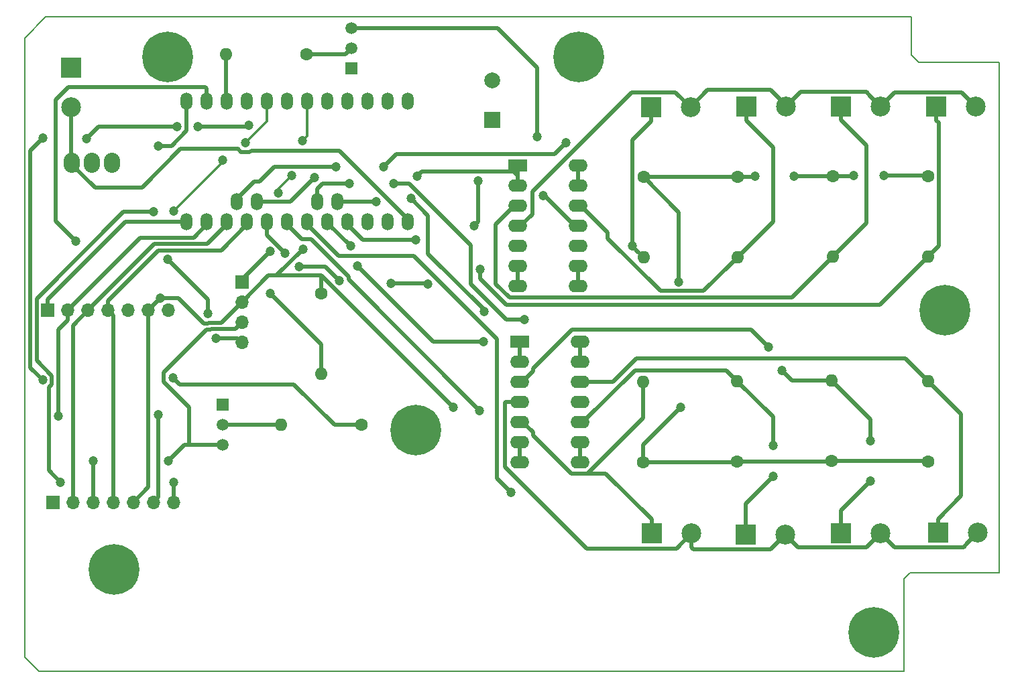
<source format=gbr>
%TF.GenerationSoftware,KiCad,Pcbnew,6.0.2+dfsg-1*%
%TF.CreationDate,2023-03-10T19:28:33+01:00*%
%TF.ProjectId,BtMusgo,42744d75-7367-46f2-9e6b-696361645f70,rev?*%
%TF.SameCoordinates,Original*%
%TF.FileFunction,Copper,L1,Top*%
%TF.FilePolarity,Positive*%
%FSLAX46Y46*%
G04 Gerber Fmt 4.6, Leading zero omitted, Abs format (unit mm)*
G04 Created by KiCad (PCBNEW 6.0.2+dfsg-1) date 2023-03-10 19:28:33*
%MOMM*%
%LPD*%
G01*
G04 APERTURE LIST*
%TA.AperFunction,Profile*%
%ADD10C,0.150000*%
%TD*%
%TA.AperFunction,ComponentPad*%
%ADD11C,6.400000*%
%TD*%
%TA.AperFunction,ComponentPad*%
%ADD12C,0.800000*%
%TD*%
%TA.AperFunction,ComponentPad*%
%ADD13R,1.700000X1.700000*%
%TD*%
%TA.AperFunction,ComponentPad*%
%ADD14O,1.700000X1.700000*%
%TD*%
%TA.AperFunction,ComponentPad*%
%ADD15O,1.501140X2.199640*%
%TD*%
%TA.AperFunction,ComponentPad*%
%ADD16R,2.500000X2.500000*%
%TD*%
%TA.AperFunction,ComponentPad*%
%ADD17C,2.500000*%
%TD*%
%TA.AperFunction,ComponentPad*%
%ADD18C,1.520000*%
%TD*%
%TA.AperFunction,ComponentPad*%
%ADD19R,1.520000X1.520000*%
%TD*%
%TA.AperFunction,ComponentPad*%
%ADD20C,1.600000*%
%TD*%
%TA.AperFunction,ComponentPad*%
%ADD21O,1.600000X1.600000*%
%TD*%
%TA.AperFunction,ComponentPad*%
%ADD22R,2.400000X1.600000*%
%TD*%
%TA.AperFunction,ComponentPad*%
%ADD23O,2.400000X1.600000*%
%TD*%
%TA.AperFunction,ComponentPad*%
%ADD24O,2.032000X2.540000*%
%TD*%
%TA.AperFunction,ComponentPad*%
%ADD25R,2.000000X2.000000*%
%TD*%
%TA.AperFunction,ComponentPad*%
%ADD26C,2.000000*%
%TD*%
%TA.AperFunction,ViaPad*%
%ADD27C,1.200000*%
%TD*%
%TA.AperFunction,Conductor*%
%ADD28C,0.500000*%
%TD*%
%TA.AperFunction,Conductor*%
%ADD29C,0.300000*%
%TD*%
G04 APERTURE END LIST*
D10*
X236067600Y-74930000D02*
X235153200Y-74066400D01*
X246227600Y-74930000D02*
X236067600Y-74930000D01*
X234950000Y-139496979D02*
X234238800Y-140208179D01*
X246227600Y-139496979D02*
X234950000Y-139496979D01*
X125882384Y-69240400D02*
X235153955Y-69240400D01*
X125882400Y-69240400D02*
X123240800Y-71932800D01*
X123240800Y-150114000D02*
X123240800Y-71932800D01*
X125018800Y-151892000D02*
X123240800Y-150114000D01*
X234238906Y-151892000D02*
X125018800Y-151892000D01*
X234238800Y-140206234D02*
X234238800Y-151892000D01*
X246227600Y-74930000D02*
X246227600Y-139496979D01*
X235153200Y-69240400D02*
X235153200Y-74066400D01*
D11*
%TO.P,,1*%
%TO.N,N/C*%
X230428800Y-147015200D03*
D12*
X232828800Y-147015200D03*
X232125856Y-148712256D03*
X230428800Y-149415200D03*
X228731744Y-148712256D03*
X228028800Y-147015200D03*
X228731744Y-145318144D03*
X230428800Y-144615200D03*
X232125856Y-145318144D03*
%TD*%
D13*
%TO.P,J4,1,SCK*%
%TO.N,3APM*%
X150622000Y-102743000D03*
D14*
%TO.P,J4,2,VDD*%
%TO.N,+3V3*%
X150622000Y-105283000D03*
%TO.P,J4,3,GND*%
%TO.N,sht15_GND*%
X150622000Y-107823000D03*
%TO.P,J4,4,DATA*%
%TO.N,5APM*%
X150622000Y-110363000D03*
%TD*%
D15*
%TO.P,IC1,28,ADC7/A7*%
%TO.N,A7_APM*%
X152527000Y-92583000D03*
%TO.P,IC1,27,ADC6/A6*%
%TO.N,A6_APM*%
X149987000Y-92583000D03*
%TO.P,IC1,1,(PCINT17/TXD)PD1/1*%
%TO.N,unconnected-(IC1-Pad1)*%
X171577000Y-79883000D03*
%TO.P,IC1,2,(PCINT16/RXD)PD0/0*%
%TO.N,unconnected-(IC1-Pad2)*%
X169037000Y-79883000D03*
%TO.P,IC1,3,(PCINT14/~{RESET})PC6*%
%TO.N,unconnected-(IC1-Pad3)*%
X166497000Y-79883000D03*
%TO.P,IC1,4,GND*%
%TO.N,GND*%
X163957000Y-79883000D03*
%TO.P,IC1,5,(PCINT18/INT0)PD2/2*%
%TO.N,unconnected-(IC1-Pad5)*%
X161417000Y-79883000D03*
%TO.P,IC1,6,(PCINT19/OC2B/INT1/PWM)PD3/3*%
%TO.N,3APM*%
X158877000Y-79883000D03*
%TO.P,IC1,7,(PCINT20/XCK/T0)PD4/4*%
%TO.N,4APM*%
X156337000Y-79883000D03*
%TO.P,IC1,8,(PCINT21/OC0B/T1/PWM)PD5/5*%
%TO.N,5APM*%
X153797000Y-79883000D03*
%TO.P,IC1,9,(PCINT22/OC0A/AIN0/PWM)PD6/6*%
%TO.N,unconnected-(IC1-Pad9)*%
X151257000Y-79883000D03*
%TO.P,IC1,10,(PCINT23/AIN1)PD7/7*%
%TO.N,7APM*%
X148717000Y-79883000D03*
%TO.P,IC1,11,(PCINT0/CLKO/ICP1)PB0/8*%
%TO.N,8APM*%
X146177000Y-79883000D03*
%TO.P,IC1,12,(PCINT1/OC1A/PWM)PB1/9*%
%TO.N,9APM*%
X143637000Y-79883000D03*
%TO.P,IC1,13,(PCINT2/OC1B/~{SS}/PWM)PB2/10*%
%TO.N,10APM*%
X143637000Y-95123000D03*
%TO.P,IC1,14,(PCINT3/OC2A/MOSI/PWM)PB3/11*%
%TO.N,11APM*%
X146177000Y-95123000D03*
%TO.P,IC1,15,(PCINT4/MISO)PB4/12*%
%TO.N,12APM*%
X148717000Y-95123000D03*
%TO.P,IC1,16,(PCINT5/SCK)PB5/13*%
%TO.N,13APM*%
X151257000Y-95123000D03*
%TO.P,IC1,17,(PCINT8/ADC0)PC0/14/A0*%
%TO.N,A0_APM*%
X153797000Y-95123000D03*
%TO.P,IC1,18,(PCINT9/ADC1)PC1/15/A1*%
%TO.N,A1_APM*%
X156337000Y-95123000D03*
%TO.P,IC1,19,(PCINT10/ADC2)PC2/16/A2*%
%TO.N,A2_APM*%
X158877000Y-95123000D03*
%TO.P,IC1,20,(PCINT11/ADC3)PC3/17/A3*%
%TO.N,A3_APM*%
X161417000Y-95123000D03*
%TO.P,IC1,21,VCC*%
%TO.N,+3V3*%
X163957000Y-95123000D03*
%TO.P,IC1,22,(PCINT14/~{RESET})PC6*%
%TO.N,unconnected-(IC1-Pad22)*%
X166497000Y-95123000D03*
%TO.P,IC1,23,GND*%
%TO.N,GND*%
X169037000Y-95123000D03*
%TO.P,IC1,24,RAW*%
%TO.N,RAW_Vcc*%
X171577000Y-95123000D03*
%TO.P,IC1,25,(PCINT12/SDA/ADC4)PC4/18/A4*%
%TO.N,A4_APM*%
X160147000Y-92583000D03*
%TO.P,IC1,26,(PCINT13/SCL/ADC5)PC5/19/A5*%
%TO.N,A5_APM*%
X162687000Y-92583000D03*
%TD*%
D11*
%TO.P,,1*%
%TO.N,N/C*%
X172618400Y-121462800D03*
D12*
X175018400Y-121462800D03*
X174315456Y-123159856D03*
X172618400Y-123862800D03*
X170921344Y-123159856D03*
X170218400Y-121462800D03*
X170921344Y-119765744D03*
X172618400Y-119062800D03*
X174315456Y-119765744D03*
%TD*%
D11*
%TO.P,,1*%
%TO.N,N/C*%
X239408000Y-106273600D03*
D12*
X241808000Y-106273600D03*
X241105056Y-107970656D03*
X239408000Y-108673600D03*
X237710944Y-107970656D03*
X237008000Y-106273600D03*
X237710944Y-104576544D03*
X239408000Y-103873600D03*
X241105056Y-104576544D03*
%TD*%
D11*
%TO.P,,1*%
%TO.N,N/C*%
X193171744Y-74299744D03*
D12*
X195571744Y-74299744D03*
X194868800Y-75996800D03*
X193171744Y-76699744D03*
X191474688Y-75996800D03*
X190771744Y-74299744D03*
X191474688Y-72602688D03*
X193171744Y-71899744D03*
X194868800Y-72602688D03*
%TD*%
D11*
%TO.P,REF\u002A\u002A,1*%
%TO.N,N/C*%
X134467600Y-139090400D03*
D12*
X136867600Y-139090400D03*
X136164656Y-140787456D03*
X134467600Y-141490400D03*
X132770544Y-140787456D03*
X132067600Y-139090400D03*
X132770544Y-137393344D03*
X134467600Y-136690400D03*
X136164656Y-137393344D03*
%TD*%
D16*
%TO.P,J1,1,Pin_1*%
%TO.N,GND*%
X129032000Y-75645000D03*
D17*
%TO.P,J1,2,Pin_2*%
%TO.N,RAW_Vcc*%
X129032000Y-80645000D03*
%TD*%
D13*
%TO.P,J2,1,CD*%
%TO.N,unconnected-(J2-Pad1)*%
X126746000Y-130556000D03*
D14*
%TO.P,J2,2,DO*%
%TO.N,12APM*%
X129286000Y-130556000D03*
%TO.P,J2,3,GND*%
%TO.N,sht15_GND*%
X131826000Y-130556000D03*
%TO.P,J2,4,SCK*%
%TO.N,13APM*%
X134366000Y-130556000D03*
%TO.P,J2,5,VCC*%
%TO.N,+3V3*%
X136906000Y-130556000D03*
%TO.P,J2,6,DI*%
%TO.N,11APM*%
X139446000Y-130556000D03*
%TO.P,J2,7,CS*%
%TO.N,9APM*%
X141986000Y-130556000D03*
%TD*%
D13*
%TO.P,J3,1,SS*%
%TO.N,10APM*%
X126111000Y-106299000D03*
D14*
%TO.P,J3,2,MOSI*%
%TO.N,11APM*%
X128651000Y-106299000D03*
%TO.P,J3,3,MISO*%
%TO.N,12APM*%
X131191000Y-106299000D03*
%TO.P,J3,4,CLK*%
%TO.N,13APM*%
X133731000Y-106299000D03*
%TO.P,J3,5,SQW*%
%TO.N,8APM*%
X136271000Y-106299000D03*
%TO.P,J3,6,VCC*%
%TO.N,+3V3*%
X138811000Y-106299000D03*
%TO.P,J3,7,GND*%
%TO.N,GND*%
X141351000Y-106299000D03*
%TD*%
D18*
%TO.P,Q1,2,B*%
%TO.N,Net-(Q1-Pad2)*%
X148209000Y-120777000D03*
%TO.P,Q1,3,C*%
%TO.N,sht15_GND*%
X148209000Y-123317000D03*
D19*
%TO.P,Q1,1,E*%
%TO.N,GND*%
X148209000Y-118237000D03*
%TD*%
D18*
%TO.P,Q2,2,B*%
%TO.N,Net-(Q2-Pad2)*%
X164465000Y-73152000D03*
%TO.P,Q2,3,C*%
%TO.N,ON_GND*%
X164465000Y-70612000D03*
D19*
%TO.P,Q2,1,E*%
%TO.N,GND*%
X164465000Y-75692000D03*
%TD*%
D20*
%TO.P,R1,1*%
%TO.N,4APM*%
X165735000Y-120777000D03*
D21*
%TO.P,R1,2*%
%TO.N,Net-(Q1-Pad2)*%
X155575000Y-120777000D03*
%TD*%
D20*
%TO.P,R2,1*%
%TO.N,Net-(Q2-Pad2)*%
X158750000Y-73914000D03*
D21*
%TO.P,R2,2*%
%TO.N,7APM*%
X148590000Y-73914000D03*
%TD*%
D16*
%TO.P,R3,1*%
%TO.N,Net-(R3-Pad1)*%
X226267000Y-134493000D03*
D17*
%TO.P,R3,2*%
%TO.N,+3V3*%
X231267000Y-134493000D03*
%TD*%
D16*
%TO.P,R4,1*%
%TO.N,Net-(R10-Pad2)*%
X238522500Y-134429500D03*
D17*
%TO.P,R4,2*%
%TO.N,+3V3*%
X243522500Y-134429500D03*
%TD*%
D16*
%TO.P,R5,1*%
%TO.N,Net-(R5-Pad1)*%
X202391000Y-134493000D03*
D17*
%TO.P,R5,2*%
%TO.N,+3V3*%
X207391000Y-134493000D03*
%TD*%
D16*
%TO.P,R6,1*%
%TO.N,Net-(R6-Pad1)*%
X214202000Y-134683500D03*
D17*
%TO.P,R6,2*%
%TO.N,+3V3*%
X219202000Y-134683500D03*
%TD*%
D20*
%TO.P,R7,1*%
%TO.N,ON_GND*%
X225107500Y-125349000D03*
D21*
%TO.P,R7,2*%
%TO.N,Net-(R3-Pad1)*%
X225107500Y-115189000D03*
%TD*%
D20*
%TO.P,R8,1*%
%TO.N,ON_GND*%
X201295000Y-125476000D03*
D21*
%TO.P,R8,2*%
%TO.N,Net-(R5-Pad1)*%
X201295000Y-115316000D03*
%TD*%
D20*
%TO.P,R9,1*%
%TO.N,ON_GND*%
X213169500Y-125412500D03*
D21*
%TO.P,R9,2*%
%TO.N,Net-(R6-Pad1)*%
X213169500Y-115252500D03*
%TD*%
D20*
%TO.P,R10,1*%
%TO.N,ON_GND*%
X237236000Y-125412500D03*
D21*
%TO.P,R10,2*%
%TO.N,Net-(R10-Pad2)*%
X237236000Y-115252500D03*
%TD*%
D16*
%TO.P,R11,1*%
%TO.N,Net-(R11-Pad1)*%
X226267000Y-80518000D03*
D17*
%TO.P,R11,2*%
%TO.N,+3V3*%
X231267000Y-80518000D03*
%TD*%
D16*
%TO.P,R12,1*%
%TO.N,Net-(R12-Pad1)*%
X202264000Y-80645000D03*
D17*
%TO.P,R12,2*%
%TO.N,+3V3*%
X207264000Y-80645000D03*
%TD*%
D16*
%TO.P,R13,1*%
%TO.N,Net-(R13-Pad1)*%
X214329000Y-80581500D03*
D17*
%TO.P,R13,2*%
%TO.N,+3V3*%
X219329000Y-80581500D03*
%TD*%
D16*
%TO.P,R14,1*%
%TO.N,Net-(R14-Pad1)*%
X238315500Y-80581500D03*
D17*
%TO.P,R14,2*%
%TO.N,+3V3*%
X243315500Y-80581500D03*
%TD*%
D20*
%TO.P,R15,1*%
%TO.N,ON_GND*%
X225234500Y-89344500D03*
D21*
%TO.P,R15,2*%
%TO.N,Net-(R11-Pad1)*%
X225234500Y-99504500D03*
%TD*%
D20*
%TO.P,R16,1*%
%TO.N,ON_GND*%
X201358500Y-89471500D03*
D21*
%TO.P,R16,2*%
%TO.N,Net-(R12-Pad1)*%
X201358500Y-99631500D03*
%TD*%
D20*
%TO.P,R17,1*%
%TO.N,ON_GND*%
X213233000Y-89408000D03*
D21*
%TO.P,R17,2*%
%TO.N,Net-(R13-Pad1)*%
X213233000Y-99568000D03*
%TD*%
D20*
%TO.P,R18,1*%
%TO.N,ON_GND*%
X237236000Y-89344500D03*
D21*
%TO.P,R18,2*%
%TO.N,Net-(R14-Pad1)*%
X237236000Y-99504500D03*
%TD*%
D22*
%TO.P,U1,1*%
%TO.N,A3_APM*%
X185674000Y-110236000D03*
D23*
%TO.P,U1,8*%
%TO.N,A2_APM*%
X193294000Y-125476000D03*
%TO.P,U1,2,-*%
%TO.N,A3_APM*%
X185674000Y-112776000D03*
%TO.P,U1,9,-*%
%TO.N,A2_APM*%
X193294000Y-122936000D03*
%TO.P,U1,3,+*%
%TO.N,Net-(R3-Pad1)*%
X185674000Y-115316000D03*
%TO.P,U1,10,+*%
%TO.N,Net-(R6-Pad1)*%
X193294000Y-120396000D03*
%TO.P,U1,4,V+*%
%TO.N,+3V3*%
X185674000Y-117856000D03*
%TO.P,U1,11,V-*%
%TO.N,ON_GND*%
X193294000Y-117856000D03*
%TO.P,U1,5,+*%
%TO.N,Net-(R5-Pad1)*%
X185674000Y-120396000D03*
%TO.P,U1,12,+*%
%TO.N,Net-(R10-Pad2)*%
X193294000Y-115316000D03*
%TO.P,U1,6,-*%
%TO.N,A1_APM*%
X185674000Y-122936000D03*
%TO.P,U1,13,-*%
%TO.N,A4_APM*%
X193294000Y-112776000D03*
%TO.P,U1,7*%
%TO.N,A1_APM*%
X185674000Y-125476000D03*
%TO.P,U1,14*%
%TO.N,A4_APM*%
X193294000Y-110236000D03*
%TD*%
D22*
%TO.P,U2,1*%
%TO.N,A7_APM*%
X185420000Y-88011000D03*
D23*
%TO.P,U2,8*%
%TO.N,A5_APM*%
X193040000Y-103251000D03*
%TO.P,U2,2,-*%
%TO.N,A7_APM*%
X185420000Y-90551000D03*
%TO.P,U2,9,-*%
%TO.N,A5_APM*%
X193040000Y-100711000D03*
%TO.P,U2,3,+*%
%TO.N,Net-(R11-Pad1)*%
X185420000Y-93091000D03*
%TO.P,U2,10,+*%
%TO.N,Net-(R12-Pad1)*%
X193040000Y-98171000D03*
%TO.P,U2,4,V+*%
%TO.N,+3V3*%
X185420000Y-95631000D03*
%TO.P,U2,11,V-*%
%TO.N,ON_GND*%
X193040000Y-95631000D03*
%TO.P,U2,5,+*%
%TO.N,Net-(R14-Pad1)*%
X185420000Y-98171000D03*
%TO.P,U2,12,+*%
%TO.N,Net-(R13-Pad1)*%
X193040000Y-93091000D03*
%TO.P,U2,6,-*%
%TO.N,A0_APM*%
X185420000Y-100711000D03*
%TO.P,U2,13,-*%
%TO.N,A6_APM*%
X193040000Y-90551000D03*
%TO.P,U2,7*%
%TO.N,A0_APM*%
X185420000Y-103251000D03*
%TO.P,U2,14*%
%TO.N,A6_APM*%
X193040000Y-88011000D03*
%TD*%
D24*
%TO.P,U3,2,VO*%
%TO.N,+3V3*%
X131699000Y-87630000D03*
%TO.P,U3,3,VI*%
%TO.N,RAW_Vcc*%
X129159000Y-87630000D03*
%TO.P,U3,1,GND*%
%TO.N,GND*%
X134239000Y-87630000D03*
%TD*%
D11*
%TO.P,,1*%
%TO.N,N/C*%
X141224000Y-74269600D03*
D12*
X143624000Y-74269600D03*
X142921056Y-75966656D03*
X141224000Y-76669600D03*
X139526944Y-75966656D03*
X138824000Y-74269600D03*
X139526944Y-72572544D03*
X141224000Y-71869600D03*
X142921056Y-72572544D03*
%TD*%
D25*
%TO.P,C1,1*%
%TO.N,+3V3*%
X182245000Y-82279500D03*
D26*
%TO.P,C1,2*%
%TO.N,GND*%
X182245000Y-77279500D03*
%TD*%
D20*
%TO.P,R19,1*%
%TO.N,+3V3*%
X160629600Y-104140000D03*
D21*
%TO.P,R19,2*%
%TO.N,3APM*%
X160629600Y-114300000D03*
%TD*%
D27*
%TO.N,A7_APM*%
X172783500Y-89344500D03*
X159828456Y-89533956D03*
%TO.N,A6_APM*%
X191516000Y-85153500D03*
X168529000Y-88138000D03*
X162496500Y-88138000D03*
%TO.N,3APM*%
X154178000Y-104190800D03*
X158242000Y-84899500D03*
X156908500Y-89288000D03*
X155257500Y-91433000D03*
X154190327Y-98857173D03*
%TO.N,4APM*%
X151511000Y-82931000D03*
X145034000Y-83058000D03*
X142430500Y-83121500D03*
X131000500Y-84645500D03*
X125539500Y-84518500D03*
X125476000Y-115125500D03*
X141922500Y-114808000D03*
%TO.N,5APM*%
X147320000Y-109829600D03*
X146347039Y-106733072D03*
X148209000Y-87312500D03*
X151066500Y-85153500D03*
X141986000Y-93789500D03*
X141287500Y-99885500D03*
%TO.N,8APM*%
X129667000Y-97536000D03*
%TO.N,9APM*%
X140081000Y-85534500D03*
X139509500Y-93873000D03*
X127698500Y-128016000D03*
X141986000Y-128016000D03*
%TO.N,11APM*%
X127444500Y-119697500D03*
X140081000Y-119507000D03*
%TO.N,A0_APM*%
X157855884Y-100767490D03*
X162928680Y-102564820D03*
X174122981Y-102991019D03*
X169481500Y-102933500D03*
X156056366Y-99096866D03*
%TO.N,A1_APM*%
X180657500Y-119006010D03*
%TO.N,A2_APM*%
X184594500Y-129286000D03*
%TO.N,A3_APM*%
X165227000Y-100691000D03*
X164338000Y-98191000D03*
X181102000Y-110236000D03*
%TO.N,+3V3*%
X179959000Y-95631000D03*
X180467000Y-89916000D03*
X177292000Y-118554500D03*
X172593000Y-97409000D03*
X158369000Y-98552000D03*
X140296908Y-104778672D03*
%TO.N,A4_APM*%
X169799000Y-90297000D03*
X164211000Y-90297000D03*
X186309000Y-107505500D03*
%TO.N,A5_APM*%
X171982181Y-92177819D03*
X167565741Y-92530259D03*
X181234116Y-106484384D03*
%TO.N,sht15_GND*%
X141351000Y-125349000D03*
X131826000Y-125349000D03*
%TO.N,ON_GND*%
X205994000Y-118567200D03*
X205790800Y-102717600D03*
X231648000Y-89281000D03*
X227901500Y-89281000D03*
X220345000Y-89344500D03*
X215392000Y-89344500D03*
X187896500Y-84391500D03*
X188658500Y-91821000D03*
%TO.N,Net-(R3-Pad1)*%
X229997000Y-127889000D03*
X229997000Y-122809000D03*
X218821000Y-113919000D03*
X217106500Y-110934500D03*
%TO.N,Net-(R6-Pad1)*%
X217741500Y-127254000D03*
X217741500Y-123380500D03*
%TO.N,Net-(R12-Pad1)*%
X199908499Y-98181499D03*
%TO.N,Net-(R14-Pad1)*%
X180735500Y-101155500D03*
%TD*%
D28*
%TO.N,A5_APM*%
X174145499Y-94341137D02*
X174145499Y-99151999D01*
X171982181Y-92177819D02*
X174145499Y-94341137D01*
X174145499Y-99151999D02*
X181234116Y-106240616D01*
X181234116Y-106240616D02*
X181234116Y-106484384D01*
%TO.N,A7_APM*%
X185420000Y-89251000D02*
X185420000Y-90551000D01*
X184913501Y-88744501D02*
X185420000Y-89251000D01*
X173383499Y-88744501D02*
X184913501Y-88744501D01*
X172783500Y-89344500D02*
X173383499Y-88744501D01*
X152527000Y-92583000D02*
X156779412Y-92583000D01*
X156779412Y-92583000D02*
X159828456Y-89533956D01*
X185420000Y-88011000D02*
X185420000Y-90551000D01*
%TO.N,A6_APM*%
X152844500Y-90043000D02*
X152177750Y-90043000D01*
X152177750Y-90043000D02*
X149987000Y-92233750D01*
X149987000Y-92233750D02*
X149987000Y-92583000D01*
X190108501Y-86560999D02*
X191516000Y-85153500D01*
X168529000Y-88138000D02*
X170106001Y-86560999D01*
X170106001Y-86560999D02*
X190108501Y-86560999D01*
X152844500Y-90043000D02*
X154749500Y-88138000D01*
X154749500Y-88138000D02*
X162496500Y-88138000D01*
X193040000Y-88011000D02*
X193040000Y-90551000D01*
%TO.N,3APM*%
X154178000Y-104190800D02*
X160629600Y-110642400D01*
X160629600Y-110642400D02*
X160629600Y-114300000D01*
X154190327Y-98857173D02*
X150622000Y-102425500D01*
X150622000Y-102425500D02*
X150622000Y-102743000D01*
D29*
X158242000Y-84899500D02*
X158877000Y-84264500D01*
X158877000Y-84264500D02*
X158877000Y-79883000D01*
X155257500Y-91433000D02*
X155257500Y-90939000D01*
X155257500Y-90939000D02*
X156908500Y-89288000D01*
D28*
%TO.N,4APM*%
X157204401Y-115650001D02*
X162331400Y-120777000D01*
X162331400Y-120777000D02*
X165735000Y-120777000D01*
X141922500Y-114808000D02*
X142764501Y-115650001D01*
X142764501Y-115650001D02*
X157204401Y-115650001D01*
X145034000Y-83058000D02*
X151384000Y-83058000D01*
X151384000Y-83058000D02*
X151511000Y-82931000D01*
X131000500Y-84645500D02*
X132524500Y-83121500D01*
X132524500Y-83121500D02*
X142430500Y-83121500D01*
X125476000Y-115125500D02*
X123910989Y-113560489D01*
X123910989Y-113560489D02*
X123910989Y-86147011D01*
X123910989Y-86147011D02*
X125539500Y-84518500D01*
%TO.N,5APM*%
X147320000Y-109829600D02*
X150088600Y-109829600D01*
X150088600Y-109829600D02*
X150622000Y-110363000D01*
X146347039Y-105884544D02*
X146347039Y-106733072D01*
X146347039Y-104945039D02*
X146347039Y-105884544D01*
X141287500Y-99885500D02*
X146347039Y-104945039D01*
D29*
X148209000Y-87566500D02*
X148209000Y-87312500D01*
X141986000Y-93789500D02*
X148209000Y-87566500D01*
X151066500Y-85153500D02*
X153797000Y-82423000D01*
X153797000Y-82423000D02*
X153797000Y-79883000D01*
D28*
%TO.N,7APM*%
X148590000Y-73914000D02*
X148590000Y-79756000D01*
X148590000Y-79756000D02*
X148717000Y-79883000D01*
%TO.N,8APM*%
X142973830Y-78133170D02*
X128731828Y-78133170D01*
X128731828Y-78133170D02*
X127131999Y-79732999D01*
X127131999Y-79732999D02*
X127131999Y-95000999D01*
X127131999Y-95000999D02*
X129667000Y-97536000D01*
X146177000Y-79883000D02*
X146177000Y-78283180D01*
X146177000Y-78283180D02*
X146026990Y-78133170D01*
X146026990Y-78133170D02*
X142973830Y-78133170D01*
%TO.N,9APM*%
X143637000Y-81482820D02*
X143637000Y-79883000D01*
X143637000Y-83617004D02*
X143637000Y-81482820D01*
X141719504Y-85534500D02*
X143637000Y-83617004D01*
X140081000Y-85534500D02*
X141719504Y-85534500D01*
X138660972Y-93873000D02*
X139509500Y-93873000D01*
X135666998Y-93873000D02*
X138660972Y-93873000D01*
X124711000Y-104828998D02*
X135666998Y-93873000D01*
X126626001Y-114573499D02*
X124711000Y-112658498D01*
X126626001Y-115677501D02*
X126626001Y-114573499D01*
X126245001Y-116058501D02*
X126626001Y-115677501D01*
X126245001Y-126562501D02*
X126245001Y-116058501D01*
X127698500Y-128016000D02*
X126245001Y-126562501D01*
X124711000Y-112658498D02*
X124711000Y-104828998D01*
X141986000Y-130556000D02*
X141986000Y-128016000D01*
%TO.N,10APM*%
X143637000Y-95123000D02*
X135937000Y-95123000D01*
X135937000Y-95123000D02*
X126111000Y-104949000D01*
X126111000Y-104949000D02*
X126111000Y-106299000D01*
%TO.N,11APM*%
X128651000Y-107566194D02*
X127444500Y-108772694D01*
X128651000Y-106299000D02*
X128651000Y-107566194D01*
X127444500Y-108772694D02*
X127444500Y-119697500D01*
X146177000Y-95472250D02*
X146177000Y-95123000D01*
X144513772Y-97135478D02*
X146177000Y-95472250D01*
X137814522Y-97135478D02*
X144513772Y-97135478D01*
X128651000Y-106299000D02*
X137814522Y-97135478D01*
X140081000Y-119507000D02*
X140081000Y-129921000D01*
X140081000Y-129921000D02*
X139446000Y-130556000D01*
%TO.N,12APM*%
X129286000Y-130556000D02*
X129286000Y-108204000D01*
X129286000Y-108204000D02*
X131191000Y-106299000D01*
X148717000Y-95472250D02*
X148717000Y-95123000D01*
X146253762Y-97935488D02*
X148717000Y-95472250D01*
X139554512Y-97935488D02*
X146253762Y-97935488D01*
X131191000Y-106299000D02*
X139554512Y-97935488D01*
%TO.N,13APM*%
X151257000Y-95472250D02*
X151257000Y-95123000D01*
X147993752Y-98735498D02*
X151257000Y-95472250D01*
X133731000Y-105096919D02*
X140092421Y-98735498D01*
X140092421Y-98735498D02*
X147993752Y-98735498D01*
X133731000Y-106299000D02*
X133731000Y-105096919D01*
X134366000Y-130556000D02*
X134366000Y-106934000D01*
X134366000Y-106934000D02*
X133731000Y-106299000D01*
%TO.N,A0_APM*%
X162328681Y-101964821D02*
X162928680Y-102564820D01*
X161131350Y-100767490D02*
X162328681Y-101964821D01*
X157855884Y-100767490D02*
X161131350Y-100767490D01*
X169481500Y-102933500D02*
X174065462Y-102933500D01*
X174065462Y-102933500D02*
X174122981Y-102991019D01*
X153797000Y-95123000D02*
X153797000Y-96837500D01*
X153797000Y-96837500D02*
X156056366Y-99096866D01*
X185420000Y-100711000D02*
X185420000Y-103251000D01*
%TO.N,A1_APM*%
X180057501Y-118406011D02*
X180657500Y-119006010D01*
X164078681Y-102012819D02*
X164078681Y-102427191D01*
X159367861Y-97301999D02*
X164078681Y-102012819D01*
X164078681Y-102427191D02*
X180057501Y-118406011D01*
X156337000Y-95123000D02*
X156337000Y-95472250D01*
X156337000Y-95472250D02*
X158166749Y-97301999D01*
X158166749Y-97301999D02*
X159367861Y-97301999D01*
X185674000Y-122936000D02*
X185674000Y-125476000D01*
%TO.N,A2_APM*%
X172340730Y-99441000D02*
X162845750Y-99441000D01*
X162845750Y-99441000D02*
X158877000Y-95472250D01*
X158877000Y-95472250D02*
X158877000Y-95123000D01*
X182816500Y-127508000D02*
X182816500Y-109916770D01*
X182816500Y-109916770D02*
X172340730Y-99441000D01*
X184594500Y-129286000D02*
X182816500Y-127508000D01*
X193294000Y-122936000D02*
X193294000Y-125476000D01*
%TO.N,A3_APM*%
X165227000Y-100691000D02*
X174772000Y-110236000D01*
X174772000Y-110236000D02*
X181102000Y-110236000D01*
X161417000Y-95123000D02*
X161417000Y-95270000D01*
X161417000Y-95270000D02*
X164338000Y-98191000D01*
X185674000Y-110236000D02*
X185674000Y-112776000D01*
%TO.N,+3V3*%
X160629600Y-104140000D02*
X160629600Y-103008630D01*
X160629600Y-103008630D02*
X160655000Y-102983230D01*
X160655000Y-102983230D02*
X160655000Y-101917500D01*
X145802798Y-107982402D02*
X142599068Y-104778672D01*
X146333810Y-107982402D02*
X145802798Y-107982402D01*
X146436624Y-107879588D02*
X146333810Y-107982402D01*
X148025412Y-107879588D02*
X146436624Y-107879588D01*
X150622000Y-105283000D02*
X148025412Y-107879588D01*
X142599068Y-104778672D02*
X141145436Y-104778672D01*
X141145436Y-104778672D02*
X140296908Y-104778672D01*
X155003500Y-101917500D02*
X153987500Y-101917500D01*
X153987500Y-101917500D02*
X150622000Y-105283000D01*
X231267000Y-134493000D02*
X233003501Y-136229501D01*
X233003501Y-136229501D02*
X241722499Y-136229501D01*
X241722499Y-136229501D02*
X242272501Y-135679499D01*
X242272501Y-135679499D02*
X243522500Y-134429500D01*
X219202000Y-134683500D02*
X220811501Y-136293001D01*
X220811501Y-136293001D02*
X229466999Y-136293001D01*
X229466999Y-136293001D02*
X230017001Y-135742999D01*
X230017001Y-135742999D02*
X231267000Y-134493000D01*
X207391000Y-134493000D02*
X207391000Y-136260766D01*
X217952001Y-135933499D02*
X219202000Y-134683500D01*
X207391000Y-136260766D02*
X207613735Y-136483501D01*
X207613735Y-136483501D02*
X217401999Y-136483501D01*
X217401999Y-136483501D02*
X217952001Y-135933499D01*
X231267000Y-80518000D02*
X233003501Y-78781499D01*
X233003501Y-78781499D02*
X241515499Y-78781499D01*
X241515499Y-78781499D02*
X242065501Y-79331501D01*
X242065501Y-79331501D02*
X243315500Y-80581500D01*
X219329000Y-80581500D02*
X221192501Y-78717999D01*
X221192501Y-78717999D02*
X229466999Y-78717999D01*
X229466999Y-78717999D02*
X230017001Y-79268001D01*
X230017001Y-79268001D02*
X231267000Y-80518000D01*
X207264000Y-80645000D02*
X209445001Y-78463999D01*
X209445001Y-78463999D02*
X217401999Y-78463999D01*
X217401999Y-78463999D02*
X217952001Y-79014001D01*
X217952001Y-79014001D02*
X219202000Y-80264000D01*
X180467000Y-89916000D02*
X180467000Y-95123000D01*
X180467000Y-95123000D02*
X179959000Y-95631000D01*
X155003500Y-101917500D02*
X160655000Y-101917500D01*
X158369000Y-98552000D02*
X155003500Y-101917500D01*
X160655000Y-101917500D02*
X177292000Y-118554500D01*
X163957000Y-95123000D02*
X163957000Y-95472250D01*
X163957000Y-95472250D02*
X165893750Y-97409000D01*
X165893750Y-97409000D02*
X166243000Y-97409000D01*
X166243000Y-97409000D02*
X172593000Y-97409000D01*
X140296908Y-104778672D02*
X140311001Y-104798999D01*
X207264000Y-80645000D02*
X205363999Y-78744999D01*
X205363999Y-78744999D02*
X199855378Y-78744999D01*
X199855378Y-78744999D02*
X187270010Y-91330367D01*
X187270010Y-91330367D02*
X187270010Y-94180990D01*
X187270010Y-94180990D02*
X185820000Y-95631000D01*
X185820000Y-95631000D02*
X185420000Y-95631000D01*
X207391000Y-134493000D02*
X205490999Y-136393001D01*
X205490999Y-136393001D02*
X194140378Y-136393001D01*
X194140378Y-136393001D02*
X183823990Y-126076613D01*
X183823990Y-126076613D02*
X183823990Y-118006010D01*
X183823990Y-118006010D02*
X183974000Y-117856000D01*
X183974000Y-117856000D02*
X185674000Y-117856000D01*
X140311001Y-104798999D02*
X139660999Y-105449001D01*
X139660999Y-105449001D02*
X138811000Y-106299000D01*
X136906000Y-130556000D02*
X138811000Y-128651000D01*
X138811000Y-128651000D02*
X138811000Y-106299000D01*
%TO.N,RAW_Vcc*%
X171577000Y-94773750D02*
X171577000Y-95123000D01*
X162905670Y-86102420D02*
X171577000Y-94773750D01*
X151819582Y-86102420D02*
X162905670Y-86102420D01*
X150514499Y-86303501D02*
X151618501Y-86303501D01*
X151618501Y-86303501D02*
X151819582Y-86102420D01*
X142901533Y-85908498D02*
X150119496Y-85908498D01*
X138005031Y-90805000D02*
X142901533Y-85908498D01*
X129159000Y-87884000D02*
X132080000Y-90805000D01*
X129159000Y-87630000D02*
X129159000Y-87884000D01*
X150119496Y-85908498D02*
X150514499Y-86303501D01*
X132080000Y-90805000D02*
X138005031Y-90805000D01*
X129032000Y-80645000D02*
X129032000Y-87503000D01*
X129032000Y-87503000D02*
X129159000Y-87630000D01*
%TO.N,A4_APM*%
X169799000Y-90297000D02*
X171727002Y-90297000D01*
X171727002Y-90297000D02*
X179485499Y-98055497D01*
X179485499Y-98055497D02*
X179485499Y-102967999D01*
X179485499Y-102967999D02*
X184023000Y-107505500D01*
X184023000Y-107505500D02*
X185460472Y-107505500D01*
X185460472Y-107505500D02*
X186309000Y-107505500D01*
X160833180Y-90297000D02*
X164211000Y-90297000D01*
X160147000Y-92583000D02*
X160147000Y-90983180D01*
X160147000Y-90983180D02*
X160833180Y-90297000D01*
X193294000Y-110236000D02*
X193294000Y-112776000D01*
%TO.N,A5_APM*%
X162687000Y-92583000D02*
X167513000Y-92583000D01*
X167513000Y-92583000D02*
X167565741Y-92530259D01*
X193040000Y-100711000D02*
X193040000Y-103251000D01*
%TO.N,sht15_GND*%
X149765401Y-108679599D02*
X149772001Y-108672999D01*
X146767999Y-108679599D02*
X149765401Y-108679599D01*
X140772498Y-114181292D02*
X146171377Y-108782413D01*
X143954500Y-123317000D02*
X143954500Y-118542004D01*
X140772498Y-115360002D02*
X140772498Y-114181292D01*
X149772001Y-108672999D02*
X150622000Y-107823000D01*
X146171377Y-108782413D02*
X146665185Y-108782413D01*
X146665185Y-108782413D02*
X146767999Y-108679599D01*
X143954500Y-118542004D02*
X140772498Y-115360002D01*
X143954500Y-123317000D02*
X148209000Y-123317000D01*
X143383000Y-123317000D02*
X143954500Y-123317000D01*
X141351000Y-125349000D02*
X143383000Y-123317000D01*
X131826000Y-130556000D02*
X131826000Y-125349000D01*
%TO.N,Net-(Q1-Pad2)*%
X148209000Y-120777000D02*
X155575000Y-120777000D01*
%TO.N,Net-(Q2-Pad2)*%
X158750000Y-73914000D02*
X163703000Y-73914000D01*
X163703000Y-73914000D02*
X164465000Y-73152000D01*
%TO.N,ON_GND*%
X205994000Y-118567200D02*
X201295000Y-123266200D01*
X201295000Y-123266200D02*
X201295000Y-125476000D01*
X201358500Y-89471500D02*
X205790800Y-93903800D01*
X205790800Y-93903800D02*
X205790800Y-102717600D01*
X231648000Y-89281000D02*
X237172500Y-89281000D01*
X225234500Y-89344500D02*
X227838000Y-89344500D01*
X227838000Y-89344500D02*
X227901500Y-89281000D01*
X220345000Y-89344500D02*
X225234500Y-89344500D01*
X213233000Y-89408000D02*
X215328500Y-89408000D01*
X215328500Y-89408000D02*
X215392000Y-89344500D01*
X225107500Y-125349000D02*
X237172500Y-125349000D01*
X237172500Y-125349000D02*
X237236000Y-125412500D01*
X213169500Y-125412500D02*
X225044000Y-125412500D01*
X225044000Y-125412500D02*
X225107500Y-125349000D01*
X201295000Y-125476000D02*
X213106000Y-125476000D01*
X213106000Y-125476000D02*
X213169500Y-125412500D01*
X201358500Y-89471500D02*
X212725000Y-89471500D01*
X212725000Y-89471500D02*
X213106000Y-89090500D01*
X164465000Y-70612000D02*
X182880000Y-70612000D01*
X182880000Y-70612000D02*
X187896500Y-75628500D01*
X187896500Y-75628500D02*
X187896500Y-84391500D01*
X188830000Y-91821000D02*
X188658500Y-91821000D01*
X192640000Y-95631000D02*
X188830000Y-91821000D01*
%TO.N,Net-(R3-Pad1)*%
X229997000Y-127889000D02*
X226267000Y-131619000D01*
X226267000Y-131619000D02*
X226267000Y-134493000D01*
X229997000Y-120078500D02*
X229997000Y-122809000D01*
X225107500Y-115189000D02*
X229997000Y-120078500D01*
X218821000Y-113919000D02*
X220091000Y-115189000D01*
X220091000Y-115189000D02*
X225107500Y-115189000D01*
X192278000Y-108712000D02*
X214884000Y-108712000D01*
X214884000Y-108712000D02*
X217106500Y-110934500D01*
X192278000Y-108712000D02*
X187374000Y-113616000D01*
X187374000Y-113616000D02*
X187374000Y-114016000D01*
X187374000Y-114016000D02*
X186074000Y-115316000D01*
X186074000Y-115316000D02*
X185674000Y-115316000D01*
%TO.N,Net-(R10-Pad2)*%
X241427000Y-119443500D02*
X241427000Y-129775000D01*
X241427000Y-129775000D02*
X238522500Y-132679500D01*
X238522500Y-132679500D02*
X238522500Y-134429500D01*
X237236000Y-115252500D02*
X241427000Y-119443500D01*
X200422194Y-112395000D02*
X234378500Y-112395000D01*
X234378500Y-112395000D02*
X237236000Y-115252500D01*
X193294000Y-115316000D02*
X197501194Y-115316000D01*
X197501194Y-115316000D02*
X200422194Y-112395000D01*
%TO.N,Net-(R5-Pad1)*%
X202391000Y-134493000D02*
X202391000Y-132743000D01*
X202391000Y-132743000D02*
X196574010Y-126926010D01*
X196574010Y-126926010D02*
X194294613Y-126926010D01*
X201295000Y-115316000D02*
X201295000Y-119925623D01*
X201295000Y-119925623D02*
X194294613Y-126926010D01*
X194294613Y-126926010D02*
X192204010Y-126926010D01*
X192204010Y-126926010D02*
X187374000Y-122096000D01*
X187374000Y-122096000D02*
X187374000Y-121696000D01*
X187374000Y-121696000D02*
X186074000Y-120396000D01*
X186074000Y-120396000D02*
X185674000Y-120396000D01*
%TO.N,Net-(R6-Pad1)*%
X217741500Y-127254000D02*
X214202000Y-130793500D01*
X214202000Y-130793500D02*
X214202000Y-134683500D01*
X217678000Y-119761000D02*
X217678000Y-123317000D01*
X217678000Y-123317000D02*
X217741500Y-123380500D01*
X213169500Y-115252500D02*
X217678000Y-119761000D01*
X200224001Y-113865999D02*
X211782999Y-113865999D01*
X211782999Y-113865999D02*
X213169500Y-115252500D01*
X200224001Y-113865999D02*
X193694000Y-120396000D01*
X193694000Y-120396000D02*
X193294000Y-120396000D01*
%TO.N,Net-(R11-Pad1)*%
X225234500Y-99504500D02*
X229489000Y-95250000D01*
X229489000Y-95250000D02*
X229489000Y-85490000D01*
X229489000Y-85490000D02*
X226267000Y-82268000D01*
X226267000Y-82268000D02*
X226267000Y-80518000D01*
X184419387Y-104701010D02*
X220037990Y-104701010D01*
X220037990Y-104701010D02*
X225234500Y-99504500D01*
X185420000Y-93091000D02*
X185020000Y-93091000D01*
X185020000Y-93091000D02*
X182669981Y-95441019D01*
X182669981Y-95441019D02*
X182669981Y-102951604D01*
X182669981Y-102951604D02*
X184419387Y-104701010D01*
%TO.N,Net-(R12-Pad1)*%
X202264000Y-80645000D02*
X202264000Y-82395000D01*
X202264000Y-82395000D02*
X199908499Y-84750501D01*
X199908499Y-84750501D02*
X199908499Y-98181499D01*
X199908499Y-98181499D02*
X200558501Y-98831501D01*
X200558501Y-98831501D02*
X201358500Y-99631500D01*
%TO.N,Net-(R13-Pad1)*%
X208933398Y-103867602D02*
X212433001Y-100367999D01*
X203448600Y-103867602D02*
X208933398Y-103867602D01*
X196786500Y-97205502D02*
X203448600Y-103867602D01*
X212433001Y-100367999D02*
X213233000Y-99568000D01*
X193440000Y-93091000D02*
X196786500Y-96437500D01*
X193040000Y-93091000D02*
X193440000Y-93091000D01*
X196786500Y-96437500D02*
X196786500Y-97205502D01*
X217678000Y-95123000D02*
X217678000Y-85680500D01*
X217678000Y-85680500D02*
X214329000Y-82331500D01*
X213233000Y-99568000D02*
X217678000Y-95123000D01*
X214329000Y-82331500D02*
X214329000Y-80581500D01*
%TO.N,Net-(R14-Pad1)*%
X237236000Y-99504500D02*
X238586001Y-98154499D01*
X238586001Y-98154499D02*
X238586001Y-82602001D01*
X238586001Y-82602001D02*
X238315500Y-82331500D01*
X238315500Y-82331500D02*
X238315500Y-80581500D01*
X184046591Y-105601020D02*
X231139480Y-105601020D01*
X231139480Y-105601020D02*
X237236000Y-99504500D01*
X180735500Y-101155500D02*
X180735500Y-102289929D01*
X180735500Y-102289929D02*
X184046591Y-105601020D01*
%TD*%
M02*

</source>
